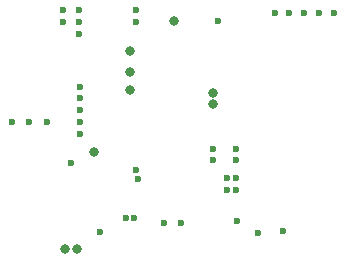
<source format=gbr>
%TF.GenerationSoftware,KiCad,Pcbnew,8.0.1*%
%TF.CreationDate,2024-05-05T22:16:20+02:00*%
%TF.ProjectId,pro_micro,70726f5f-6d69-4637-926f-2e6b69636164,rev?*%
%TF.SameCoordinates,Original*%
%TF.FileFunction,Soldermask,Bot*%
%TF.FilePolarity,Negative*%
%FSLAX46Y46*%
G04 Gerber Fmt 4.6, Leading zero omitted, Abs format (unit mm)*
G04 Created by KiCad (PCBNEW 8.0.1) date 2024-05-05 22:16:20*
%MOMM*%
%LPD*%
G01*
G04 APERTURE LIST*
%ADD10C,0.800000*%
%ADD11C,0.600000*%
G04 APERTURE END LIST*
D10*
X3500000Y2000000D03*
X-8000000Y-10250000D03*
D11*
X-13500000Y500000D03*
X3500000Y-2750000D03*
D10*
X-9000000Y-10250000D03*
D11*
X10000000Y9750000D03*
X9500000Y-8750000D03*
D10*
X-3500000Y3250000D03*
X-3500000Y4750000D03*
D11*
X850000Y-8050000D03*
X3500000Y-1750000D03*
X-650000Y-8050000D03*
X-12000000Y500000D03*
X11250000Y9750000D03*
X13750000Y9750000D03*
X-10500000Y500000D03*
X5500000Y-2750000D03*
X-8500000Y-3000000D03*
X12500000Y9750000D03*
D10*
X3500000Y3000000D03*
D11*
X8750000Y9750000D03*
X-6050000Y-8800000D03*
D10*
X-3500000Y6500000D03*
D11*
X5500000Y-1750000D03*
X-7750000Y500000D03*
X-3000000Y10000000D03*
D10*
X-6500000Y-2000000D03*
D11*
X-7750000Y1500000D03*
X-7750000Y3500000D03*
X-7750000Y-500000D03*
X-7750000Y2500000D03*
X-3000000Y9000000D03*
X5500000Y-5250000D03*
X4730000Y-4250000D03*
X5500000Y-4250000D03*
D10*
X250000Y9073800D03*
D11*
X-3150000Y-7610000D03*
X4730000Y-5250000D03*
X-3790000Y-7620000D03*
X7350000Y-8850000D03*
X-2800000Y-4350000D03*
X-9150000Y10000000D03*
X-7850000Y8000000D03*
X-7850000Y9000000D03*
X-7850000Y10000000D03*
X-9150000Y9000000D03*
X5534096Y-7884096D03*
X-3000000Y-3550000D03*
X4000000Y9050000D03*
M02*

</source>
